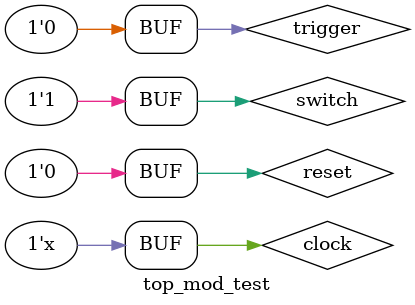
<source format=v>
`timescale 1ns / 1ps


module top_mod_test;

	// Inputs
	reg trigger;
	reg clock;
	reg switch;
	reg reset;

	// Outputs
	wire [3:0] AN;
	wire [6:0] seven;

	// Instantiate the Unit Under Test (UUT)
	top_mod uut (
		.clock(clock), 
		.switch(switch), 
		.reset(reset), 
		.AN(AN), 
		.trigger(trigger),
		.seven(seven)
	);

	initial begin
		// Initialize Inputs
		trigger = 0;
		clock = 0;
		switch = 1;
		reset = 1;
		#5 reset = 0;

		// Wait 100 ns for global reset to finish
		#100;
        
		// Add stimulus here

	end
  		always 
	#1 clock = !clock;

//	always 
//	#20 trigger = !trigger;
	
endmodule


</source>
